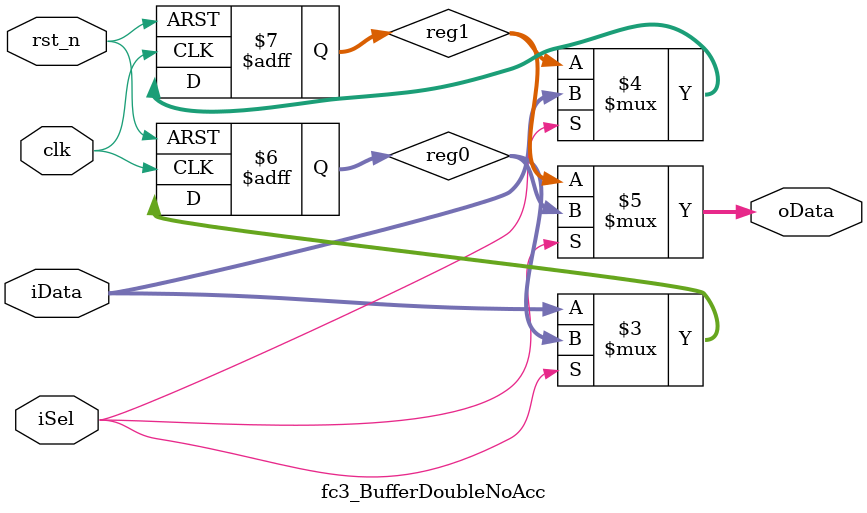
<source format=sv>
module fc3_BufferDoubleNoAcc #(
    parameter IWID = 10,
    parameter OWID = IWID
) (
    input logic clk,
    input logic rst_n,
    input logic iSel,
    input logic [IWID - 1 : 0] iData,
    output logic [OWID - 1 : 0] oData
);

    logic [OWID - 1 : 0] reg0;
    logic [OWID - 1 : 0] reg1;

    // iSel == 0 means that reg0 is loaded, and reg1 is output
    always @(posedge clk or negedge rst_n) begin
        if (~rst_n) begin
            reg0 <= 'b0;
            reg1 <= 'b0;
        end
        else begin
            reg0 <= iSel ? reg0 : iData;
            reg1 <= iSel ? iData : reg1;
        end
    end
    assign oData = iSel ? reg0 : reg1;

endmodule
</source>
